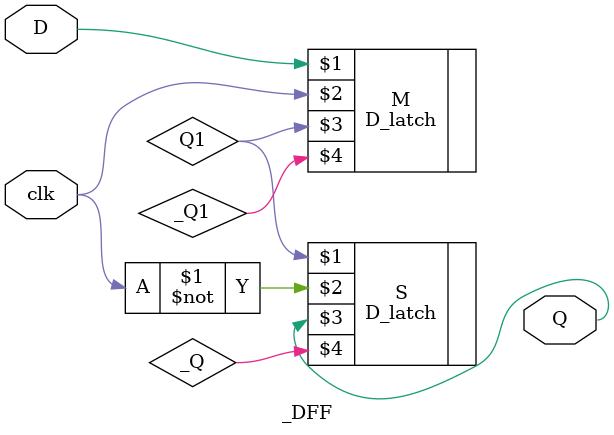
<source format=v>
module _DFF(D,clk,Q);
input D,clk;
output Q;
wire _Q1,Q1,_Q;

D_latch M(D,clk,Q1,_Q1);
D_latch S(Q1,~clk,Q,_Q);

endmodule
</source>
